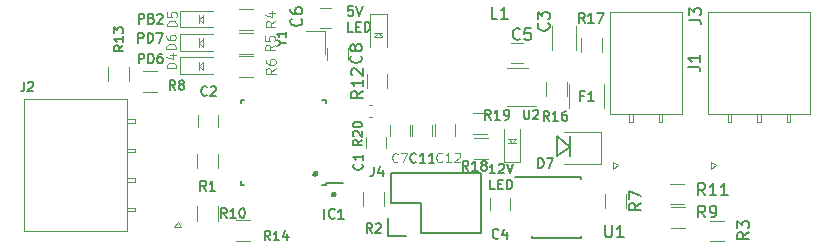
<source format=gto>
G04 #@! TF.GenerationSoftware,KiCad,Pcbnew,5.0.0-fee4fd1~66~ubuntu18.04.1*
G04 #@! TF.CreationDate,2018-12-05T21:06:15-05:00*
G04 #@! TF.ProjectId,Steering2,5374656572696E67322E6B696361645F,rev?*
G04 #@! TF.SameCoordinates,Original*
G04 #@! TF.FileFunction,Legend,Top*
G04 #@! TF.FilePolarity,Positive*
%FSLAX46Y46*%
G04 Gerber Fmt 4.6, Leading zero omitted, Abs format (unit mm)*
G04 Created by KiCad (PCBNEW 5.0.0-fee4fd1~66~ubuntu18.04.1) date Wed Dec  5 21:06:15 2018*
%MOMM*%
%LPD*%
G01*
G04 APERTURE LIST*
%ADD10C,0.127000*%
%ADD11C,0.120000*%
%ADD12C,0.500000*%
%ADD13C,0.150000*%
%ADD14C,0.100000*%
%ADD15C,0.200000*%
%ADD16C,0.101600*%
G04 APERTURE END LIST*
D10*
X56073221Y-25081895D02*
X55686173Y-25081895D01*
X55647469Y-25468942D01*
X55686173Y-25430238D01*
X55763583Y-25391533D01*
X55957107Y-25391533D01*
X56034516Y-25430238D01*
X56073221Y-25468942D01*
X56111926Y-25546352D01*
X56111926Y-25739876D01*
X56073221Y-25817285D01*
X56034516Y-25855990D01*
X55957107Y-25894695D01*
X55763583Y-25894695D01*
X55686173Y-25855990D01*
X55647469Y-25817285D01*
X56344154Y-25081895D02*
X56615088Y-25894695D01*
X56886021Y-25081895D01*
X56073221Y-27240895D02*
X55686173Y-27240895D01*
X55686173Y-26428095D01*
X56344154Y-26815142D02*
X56615088Y-26815142D01*
X56731202Y-27240895D02*
X56344154Y-27240895D01*
X56344154Y-26428095D01*
X56731202Y-26428095D01*
X57079545Y-27240895D02*
X57079545Y-26428095D01*
X57273069Y-26428095D01*
X57389183Y-26466800D01*
X57466592Y-26544209D01*
X57505297Y-26621619D01*
X57544002Y-26776438D01*
X57544002Y-26892552D01*
X57505297Y-27047371D01*
X57466592Y-27124780D01*
X57389183Y-27202190D01*
X57273069Y-27240895D01*
X57079545Y-27240895D01*
X68114938Y-39242395D02*
X67650480Y-39242395D01*
X67882709Y-39242395D02*
X67882709Y-38429595D01*
X67805300Y-38545709D01*
X67727890Y-38623119D01*
X67650480Y-38661823D01*
X68424576Y-38507004D02*
X68463280Y-38468300D01*
X68540690Y-38429595D01*
X68734214Y-38429595D01*
X68811623Y-38468300D01*
X68850328Y-38507004D01*
X68889033Y-38584414D01*
X68889033Y-38661823D01*
X68850328Y-38777938D01*
X68385871Y-39242395D01*
X68889033Y-39242395D01*
X69121261Y-38429595D02*
X69392195Y-39242395D01*
X69663128Y-38429595D01*
X68095585Y-40588595D02*
X67708538Y-40588595D01*
X67708538Y-39775795D01*
X68366519Y-40162842D02*
X68637452Y-40162842D01*
X68753566Y-40588595D02*
X68366519Y-40588595D01*
X68366519Y-39775795D01*
X68753566Y-39775795D01*
X69101909Y-40588595D02*
X69101909Y-39775795D01*
X69295433Y-39775795D01*
X69411547Y-39814500D01*
X69488957Y-39891909D01*
X69527661Y-39969319D01*
X69566366Y-40124138D01*
X69566366Y-40240252D01*
X69527661Y-40395071D01*
X69488957Y-40472480D01*
X69411547Y-40549890D01*
X69295433Y-40588595D01*
X69101909Y-40588595D01*
X37931876Y-26555095D02*
X37931876Y-25742295D01*
X38241514Y-25742295D01*
X38318923Y-25781000D01*
X38357628Y-25819704D01*
X38396333Y-25897114D01*
X38396333Y-26013228D01*
X38357628Y-26090638D01*
X38318923Y-26129342D01*
X38241514Y-26168047D01*
X37931876Y-26168047D01*
X39015609Y-26129342D02*
X39131723Y-26168047D01*
X39170428Y-26206752D01*
X39209133Y-26284161D01*
X39209133Y-26400276D01*
X39170428Y-26477685D01*
X39131723Y-26516390D01*
X39054314Y-26555095D01*
X38744676Y-26555095D01*
X38744676Y-25742295D01*
X39015609Y-25742295D01*
X39093019Y-25781000D01*
X39131723Y-25819704D01*
X39170428Y-25897114D01*
X39170428Y-25974523D01*
X39131723Y-26051933D01*
X39093019Y-26090638D01*
X39015609Y-26129342D01*
X38744676Y-26129342D01*
X39518771Y-25819704D02*
X39557476Y-25781000D01*
X39634885Y-25742295D01*
X39828409Y-25742295D01*
X39905819Y-25781000D01*
X39944523Y-25819704D01*
X39983228Y-25897114D01*
X39983228Y-25974523D01*
X39944523Y-26090638D01*
X39480066Y-26555095D01*
X39983228Y-26555095D01*
X37881076Y-28180695D02*
X37881076Y-27367895D01*
X38190714Y-27367895D01*
X38268123Y-27406600D01*
X38306828Y-27445304D01*
X38345533Y-27522714D01*
X38345533Y-27638828D01*
X38306828Y-27716238D01*
X38268123Y-27754942D01*
X38190714Y-27793647D01*
X37881076Y-27793647D01*
X38693876Y-28180695D02*
X38693876Y-27367895D01*
X38887400Y-27367895D01*
X39003514Y-27406600D01*
X39080923Y-27484009D01*
X39119628Y-27561419D01*
X39158333Y-27716238D01*
X39158333Y-27832352D01*
X39119628Y-27987171D01*
X39080923Y-28064580D01*
X39003514Y-28141990D01*
X38887400Y-28180695D01*
X38693876Y-28180695D01*
X39429266Y-27367895D02*
X39971133Y-27367895D01*
X39622790Y-28180695D01*
X37931876Y-29907895D02*
X37931876Y-29095095D01*
X38241514Y-29095095D01*
X38318923Y-29133800D01*
X38357628Y-29172504D01*
X38396333Y-29249914D01*
X38396333Y-29366028D01*
X38357628Y-29443438D01*
X38318923Y-29482142D01*
X38241514Y-29520847D01*
X37931876Y-29520847D01*
X38744676Y-29907895D02*
X38744676Y-29095095D01*
X38938200Y-29095095D01*
X39054314Y-29133800D01*
X39131723Y-29211209D01*
X39170428Y-29288619D01*
X39209133Y-29443438D01*
X39209133Y-29559552D01*
X39170428Y-29714371D01*
X39131723Y-29791780D01*
X39054314Y-29869190D01*
X38938200Y-29907895D01*
X38744676Y-29907895D01*
X39905819Y-29095095D02*
X39751000Y-29095095D01*
X39673590Y-29133800D01*
X39634885Y-29172504D01*
X39557476Y-29288619D01*
X39518771Y-29443438D01*
X39518771Y-29753076D01*
X39557476Y-29830485D01*
X39596180Y-29869190D01*
X39673590Y-29907895D01*
X39828409Y-29907895D01*
X39905819Y-29869190D01*
X39944523Y-29830485D01*
X39983228Y-29753076D01*
X39983228Y-29559552D01*
X39944523Y-29482142D01*
X39905819Y-29443438D01*
X39828409Y-29404733D01*
X39673590Y-29404733D01*
X39596180Y-29443438D01*
X39557476Y-29482142D01*
X39518771Y-29559552D01*
D11*
G04 #@! TO.C,U2*
X70902400Y-30343200D02*
X69102400Y-30343200D01*
X69102400Y-33563200D02*
X71552400Y-33563200D01*
G04 #@! TO.C,R10*
X44644200Y-42046600D02*
X44644200Y-43246600D01*
X42884200Y-43246600D02*
X42884200Y-42046600D01*
G04 #@! TO.C,J3*
X77799000Y-34234500D02*
X83959000Y-34234500D01*
X83959000Y-34234500D02*
X83959000Y-25554500D01*
X83959000Y-25554500D02*
X77799000Y-25554500D01*
X77799000Y-25554500D02*
X77799000Y-34234500D01*
X79779000Y-34234500D02*
X79479000Y-34234500D01*
X79479000Y-34234500D02*
X79479000Y-34934500D01*
X79479000Y-34934500D02*
X79779000Y-34934500D01*
X79779000Y-34934500D02*
X79779000Y-34234500D01*
X82279000Y-34234500D02*
X81979000Y-34234500D01*
X81979000Y-34234500D02*
X81979000Y-34934500D01*
X81979000Y-34934500D02*
X82279000Y-34934500D01*
X82279000Y-34934500D02*
X82279000Y-34234500D01*
X78519000Y-38544500D02*
X78094736Y-38244500D01*
X78094736Y-38244500D02*
X78094736Y-38844500D01*
X78094736Y-38844500D02*
X78519000Y-38544500D01*
D12*
G04 #@! TO.C,IC1*
X52908200Y-39268400D02*
G75*
G03X52908200Y-39268400I-50800J0D01*
G01*
X54457600Y-41021001D02*
G75*
G03X54457600Y-41021001I-50800J0D01*
G01*
D13*
X53815400Y-40251800D02*
X53815400Y-40026800D01*
X46565400Y-40251800D02*
X46565400Y-39926799D01*
X46565400Y-33001800D02*
X46565400Y-33326801D01*
X53815400Y-33001800D02*
X53815400Y-33326801D01*
X53815400Y-40251800D02*
X53490399Y-40251800D01*
X53815400Y-33001800D02*
X53490399Y-33001800D01*
X46565400Y-33001800D02*
X46890401Y-33001800D01*
X46565400Y-40251800D02*
X46890401Y-40251800D01*
X53815400Y-40026800D02*
X55240400Y-40026800D01*
D11*
G04 #@! TO.C,C1*
X58863600Y-37126800D02*
X58863600Y-36126800D01*
X57163600Y-36126800D02*
X57163600Y-37126800D01*
G04 #@! TO.C,C2*
X42965000Y-34298000D02*
X42965000Y-35298000D01*
X44665000Y-35298000D02*
X44665000Y-34298000D01*
G04 #@! TO.C,C3*
X72944800Y-26787600D02*
X72944800Y-28787600D01*
X74984800Y-28787600D02*
X74984800Y-26787600D01*
G04 #@! TO.C,C4*
X69379200Y-42368600D02*
X69379200Y-41368600D01*
X67679200Y-41368600D02*
X67679200Y-42368600D01*
G04 #@! TO.C,C5*
X69486400Y-29907600D02*
X70486400Y-29907600D01*
X70486400Y-28207600D02*
X69486400Y-28207600D01*
G04 #@! TO.C,C6*
X54246400Y-25235800D02*
X53246400Y-25235800D01*
X53246400Y-26935800D02*
X54246400Y-26935800D01*
G04 #@! TO.C,C7*
X60901900Y-36117206D02*
X60901900Y-35117206D01*
X59201900Y-35117206D02*
X59201900Y-36117206D01*
G04 #@! TO.C,C8*
X55612400Y-29608400D02*
X55612400Y-28608400D01*
X53912400Y-28608400D02*
X53912400Y-29608400D01*
G04 #@! TO.C,C11*
X62806900Y-36117206D02*
X62806900Y-35117206D01*
X61106900Y-35117206D02*
X61106900Y-36117206D01*
G04 #@! TO.C,C12*
X63011900Y-35101206D02*
X63011900Y-36101206D01*
X64711900Y-36101206D02*
X64711900Y-35101206D01*
D14*
G04 #@! TO.C,D1*
X69895200Y-36674400D02*
X69545200Y-36674400D01*
X69545200Y-36674400D02*
X69195200Y-36674400D01*
X69895200Y-36324400D02*
X69545200Y-36674400D01*
X69845200Y-36324400D02*
X69895200Y-36324400D01*
X69895200Y-36324400D02*
X69845200Y-36324400D01*
X69195200Y-36324400D02*
X69845200Y-36324400D01*
X69245200Y-36374400D02*
X69195200Y-36324400D01*
X69545200Y-36674400D02*
X69245200Y-36374400D01*
D11*
X68845200Y-38274400D02*
X70245200Y-38274400D01*
X70245200Y-38274400D02*
X70245200Y-35474400D01*
X68845200Y-38274400D02*
X68845200Y-35474400D01*
G04 #@! TO.C,D2*
X58916800Y-25733600D02*
X58916800Y-28533600D01*
X57516800Y-25733600D02*
X57516800Y-28533600D01*
X58916800Y-25733600D02*
X57516800Y-25733600D01*
D14*
X58216800Y-27333600D02*
X58516800Y-27633600D01*
X58516800Y-27633600D02*
X58566800Y-27683600D01*
X58566800Y-27683600D02*
X57916800Y-27683600D01*
X57866800Y-27683600D02*
X57916800Y-27683600D01*
X57916800Y-27683600D02*
X57866800Y-27683600D01*
X57866800Y-27683600D02*
X58216800Y-27333600D01*
X58216800Y-27333600D02*
X58566800Y-27333600D01*
X57866800Y-27333600D02*
X58216800Y-27333600D01*
G04 #@! TO.C,D4*
X43048400Y-30474400D02*
X43048400Y-30124400D01*
X43048400Y-30124400D02*
X43048400Y-29774400D01*
X43398400Y-30474400D02*
X43048400Y-30124400D01*
X43398400Y-30424400D02*
X43398400Y-30474400D01*
X43398400Y-30474400D02*
X43398400Y-30424400D01*
X43398400Y-29774400D02*
X43398400Y-30424400D01*
X43348400Y-29824400D02*
X43398400Y-29774400D01*
X43048400Y-30124400D02*
X43348400Y-29824400D01*
D11*
X41448400Y-29424400D02*
X41448400Y-30824400D01*
X41448400Y-30824400D02*
X44248400Y-30824400D01*
X41448400Y-29424400D02*
X44248400Y-29424400D01*
G04 #@! TO.C,D5*
X41448400Y-25487400D02*
X44248400Y-25487400D01*
X41448400Y-26887400D02*
X44248400Y-26887400D01*
X41448400Y-25487400D02*
X41448400Y-26887400D01*
D14*
X43048400Y-26187400D02*
X43348400Y-25887400D01*
X43348400Y-25887400D02*
X43398400Y-25837400D01*
X43398400Y-25837400D02*
X43398400Y-26487400D01*
X43398400Y-26537400D02*
X43398400Y-26487400D01*
X43398400Y-26487400D02*
X43398400Y-26537400D01*
X43398400Y-26537400D02*
X43048400Y-26187400D01*
X43048400Y-26187400D02*
X43048400Y-25837400D01*
X43048400Y-26537400D02*
X43048400Y-26187400D01*
G04 #@! TO.C,D6*
X43048400Y-28518600D02*
X43048400Y-28168600D01*
X43048400Y-28168600D02*
X43048400Y-27818600D01*
X43398400Y-28518600D02*
X43048400Y-28168600D01*
X43398400Y-28468600D02*
X43398400Y-28518600D01*
X43398400Y-28518600D02*
X43398400Y-28468600D01*
X43398400Y-27818600D02*
X43398400Y-28468600D01*
X43348400Y-27868600D02*
X43398400Y-27818600D01*
X43048400Y-28168600D02*
X43348400Y-27868600D01*
D11*
X41448400Y-27468600D02*
X41448400Y-28868600D01*
X41448400Y-28868600D02*
X44248400Y-28868600D01*
X41448400Y-27468600D02*
X44248400Y-27468600D01*
D15*
G04 #@! TO.C,D7*
X73314000Y-36084000D02*
X74414000Y-36984000D01*
X73314000Y-37784000D02*
X73314000Y-36084000D01*
X74414000Y-36984000D02*
X73314000Y-37784000D01*
X74414000Y-37784000D02*
X74414000Y-36084000D01*
D11*
X77089000Y-38417500D02*
X77089000Y-35750500D01*
X77089000Y-35750500D02*
X73914000Y-35750500D01*
X77089000Y-38417500D02*
X73914000Y-38417500D01*
G04 #@! TO.C,F1*
X77324400Y-31715200D02*
X77324400Y-33715200D01*
X74364400Y-33715200D02*
X74364400Y-31715200D01*
D13*
G04 #@! TO.C,J4*
X61874400Y-39217600D02*
X59334400Y-39217600D01*
X59334400Y-39217600D02*
X59334400Y-41757600D01*
X59054400Y-44577600D02*
X60604400Y-44577600D01*
X66954400Y-39217600D02*
X61874400Y-39217600D01*
X66954400Y-44297600D02*
X66954400Y-39217600D01*
X61874400Y-41757600D02*
X61874400Y-44297600D01*
X59334400Y-41757600D02*
X61874400Y-41757600D01*
X59054400Y-44577600D02*
X59054400Y-43027600D01*
X61874400Y-44297600D02*
X66954400Y-44297600D01*
D11*
G04 #@! TO.C,R1*
X44644200Y-37586400D02*
X44644200Y-38786400D01*
X42884200Y-38786400D02*
X42884200Y-37586400D01*
G04 #@! TO.C,R2*
X58690400Y-40802000D02*
X58690400Y-42002000D01*
X56930400Y-42002000D02*
X56930400Y-40802000D01*
G04 #@! TO.C,R3*
X87493400Y-44999800D02*
X86293400Y-44999800D01*
X86293400Y-43239800D02*
X87493400Y-43239800D01*
G04 #@! TO.C,R4*
X46390000Y-25307400D02*
X47590000Y-25307400D01*
X47590000Y-27067400D02*
X46390000Y-27067400D01*
G04 #@! TO.C,R5*
X46390000Y-27339400D02*
X47590000Y-27339400D01*
X47590000Y-29099400D02*
X46390000Y-29099400D01*
G04 #@! TO.C,R6*
X47605200Y-31080600D02*
X46405200Y-31080600D01*
X46405200Y-29320600D02*
X47605200Y-29320600D01*
G04 #@! TO.C,R7*
X77453600Y-42205200D02*
X77453600Y-41005200D01*
X79213600Y-41005200D02*
X79213600Y-42205200D01*
G04 #@! TO.C,R8*
X39477200Y-32350600D02*
X38277200Y-32350600D01*
X38277200Y-30590600D02*
X39477200Y-30590600D01*
G04 #@! TO.C,R9*
X82966000Y-42122200D02*
X84166000Y-42122200D01*
X84166000Y-43882200D02*
X82966000Y-43882200D01*
G04 #@! TO.C,R11*
X82940600Y-40115600D02*
X84140600Y-40115600D01*
X84140600Y-41875600D02*
X82940600Y-41875600D01*
G04 #@! TO.C,R12*
X57235200Y-32019800D02*
X57235200Y-30819800D01*
X58995200Y-30819800D02*
X58995200Y-32019800D01*
G04 #@! TO.C,R13*
X37100400Y-30235600D02*
X37100400Y-31435600D01*
X35340400Y-31435600D02*
X35340400Y-30235600D01*
G04 #@! TO.C,R14*
X47361400Y-44974400D02*
X46161400Y-44974400D01*
X46161400Y-43214400D02*
X47361400Y-43214400D01*
G04 #@! TO.C,R16*
X74184400Y-31520800D02*
X74184400Y-32720800D01*
X72424400Y-32720800D02*
X72424400Y-31520800D01*
G04 #@! TO.C,R17*
X77181600Y-27746400D02*
X77181600Y-28946400D01*
X75421600Y-28946400D02*
X75421600Y-27746400D01*
G04 #@! TO.C,R19*
X67452800Y-35881200D02*
X66252800Y-35881200D01*
X66252800Y-34121200D02*
X67452800Y-34121200D01*
G04 #@! TO.C,R20*
X57393621Y-33475200D02*
X57719179Y-33475200D01*
X57393621Y-34495200D02*
X57719179Y-34495200D01*
D13*
G04 #@! TO.C,U1*
X71229400Y-39538200D02*
X71229400Y-39588200D01*
X75379400Y-39538200D02*
X75379400Y-39683200D01*
X75379400Y-44688200D02*
X75379400Y-44543200D01*
X71229400Y-44688200D02*
X71229400Y-44543200D01*
X71229400Y-39538200D02*
X75379400Y-39538200D01*
X71229400Y-44688200D02*
X75379400Y-44688200D01*
X71229400Y-39588200D02*
X69829400Y-39588200D01*
D14*
G04 #@! TO.C,Y1*
X53670000Y-27159200D02*
X53670000Y-29159200D01*
X53670000Y-27159200D02*
X52070000Y-27159200D01*
D11*
G04 #@! TO.C,J1*
X86117500Y-34234500D02*
X94777500Y-34234500D01*
X94777500Y-34234500D02*
X94777500Y-25554500D01*
X94777500Y-25554500D02*
X86117500Y-25554500D01*
X86117500Y-25554500D02*
X86117500Y-34234500D01*
X88097500Y-34234500D02*
X87797500Y-34234500D01*
X87797500Y-34234500D02*
X87797500Y-34934500D01*
X87797500Y-34934500D02*
X88097500Y-34934500D01*
X88097500Y-34934500D02*
X88097500Y-34234500D01*
X90597500Y-34234500D02*
X90297500Y-34234500D01*
X90297500Y-34234500D02*
X90297500Y-34934500D01*
X90297500Y-34934500D02*
X90597500Y-34934500D01*
X90597500Y-34934500D02*
X90597500Y-34234500D01*
X93097500Y-34234500D02*
X92797500Y-34234500D01*
X92797500Y-34234500D02*
X92797500Y-34934500D01*
X92797500Y-34934500D02*
X93097500Y-34934500D01*
X93097500Y-34934500D02*
X93097500Y-34234500D01*
X86837500Y-38544500D02*
X86413236Y-38244500D01*
X86413236Y-38244500D02*
X86413236Y-38844500D01*
X86413236Y-38844500D02*
X86837500Y-38544500D01*
G04 #@! TO.C,J2*
X36914200Y-44121000D02*
X36914200Y-32961000D01*
X36914200Y-32961000D02*
X28234200Y-32961000D01*
X28234200Y-32961000D02*
X28234200Y-44121000D01*
X28234200Y-44121000D02*
X36914200Y-44121000D01*
X36914200Y-42141000D02*
X36914200Y-42441000D01*
X36914200Y-42441000D02*
X37614200Y-42441000D01*
X37614200Y-42441000D02*
X37614200Y-42141000D01*
X37614200Y-42141000D02*
X36914200Y-42141000D01*
X36914200Y-39641000D02*
X36914200Y-39941000D01*
X36914200Y-39941000D02*
X37614200Y-39941000D01*
X37614200Y-39941000D02*
X37614200Y-39641000D01*
X37614200Y-39641000D02*
X36914200Y-39641000D01*
X36914200Y-37141000D02*
X36914200Y-37441000D01*
X36914200Y-37441000D02*
X37614200Y-37441000D01*
X37614200Y-37441000D02*
X37614200Y-37141000D01*
X37614200Y-37141000D02*
X36914200Y-37141000D01*
X36914200Y-34641000D02*
X36914200Y-34941000D01*
X36914200Y-34941000D02*
X37614200Y-34941000D01*
X37614200Y-34941000D02*
X37614200Y-34641000D01*
X37614200Y-34641000D02*
X36914200Y-34641000D01*
X41224200Y-43401000D02*
X40924200Y-43825264D01*
X40924200Y-43825264D02*
X41524200Y-43825264D01*
X41524200Y-43825264D02*
X41224200Y-43401000D01*
G04 #@! TO.C,R18*
X66288400Y-36229400D02*
X67488400Y-36229400D01*
X67488400Y-37989400D02*
X66288400Y-37989400D01*
G04 #@! TO.C,U2*
D10*
X70564828Y-33872714D02*
X70564828Y-34489571D01*
X70601114Y-34562142D01*
X70637400Y-34598428D01*
X70709971Y-34634714D01*
X70855114Y-34634714D01*
X70927685Y-34598428D01*
X70963971Y-34562142D01*
X71000257Y-34489571D01*
X71000257Y-33872714D01*
X71326828Y-33945285D02*
X71363114Y-33909000D01*
X71435685Y-33872714D01*
X71617114Y-33872714D01*
X71689685Y-33909000D01*
X71725971Y-33945285D01*
X71762257Y-34017857D01*
X71762257Y-34090428D01*
X71725971Y-34199285D01*
X71290542Y-34634714D01*
X71762257Y-34634714D01*
G04 #@! TO.C,R10*
X45375285Y-43014295D02*
X45104352Y-42627247D01*
X44910828Y-43014295D02*
X44910828Y-42201495D01*
X45220466Y-42201495D01*
X45297876Y-42240200D01*
X45336580Y-42278904D01*
X45375285Y-42356314D01*
X45375285Y-42472428D01*
X45336580Y-42549838D01*
X45297876Y-42588542D01*
X45220466Y-42627247D01*
X44910828Y-42627247D01*
X46149380Y-43014295D02*
X45684923Y-43014295D01*
X45917152Y-43014295D02*
X45917152Y-42201495D01*
X45839742Y-42317609D01*
X45762333Y-42395019D01*
X45684923Y-42433723D01*
X46652542Y-42201495D02*
X46729952Y-42201495D01*
X46807361Y-42240200D01*
X46846066Y-42278904D01*
X46884771Y-42356314D01*
X46923476Y-42511133D01*
X46923476Y-42704657D01*
X46884771Y-42859476D01*
X46846066Y-42936885D01*
X46807361Y-42975590D01*
X46729952Y-43014295D01*
X46652542Y-43014295D01*
X46575133Y-42975590D01*
X46536428Y-42936885D01*
X46497723Y-42859476D01*
X46459019Y-42704657D01*
X46459019Y-42511133D01*
X46497723Y-42356314D01*
X46536428Y-42278904D01*
X46575133Y-42240200D01*
X46652542Y-42201495D01*
G04 #@! TO.C,J3*
D13*
X84542380Y-26241333D02*
X85256666Y-26241333D01*
X85399523Y-26288952D01*
X85494761Y-26384190D01*
X85542380Y-26527047D01*
X85542380Y-26622285D01*
X84542380Y-25860380D02*
X84542380Y-25241333D01*
X84923333Y-25574666D01*
X84923333Y-25431809D01*
X84970952Y-25336571D01*
X85018571Y-25288952D01*
X85113809Y-25241333D01*
X85351904Y-25241333D01*
X85447142Y-25288952D01*
X85494761Y-25336571D01*
X85542380Y-25431809D01*
X85542380Y-25717523D01*
X85494761Y-25812761D01*
X85447142Y-25860380D01*
G04 #@! TO.C,IC1*
D10*
X53664152Y-43065095D02*
X53664152Y-42252295D01*
X54515657Y-42987685D02*
X54476952Y-43026390D01*
X54360838Y-43065095D01*
X54283428Y-43065095D01*
X54167314Y-43026390D01*
X54089904Y-42948980D01*
X54051200Y-42871571D01*
X54012495Y-42716752D01*
X54012495Y-42600638D01*
X54051200Y-42445819D01*
X54089904Y-42368409D01*
X54167314Y-42291000D01*
X54283428Y-42252295D01*
X54360838Y-42252295D01*
X54476952Y-42291000D01*
X54515657Y-42329704D01*
X55289752Y-43065095D02*
X54825295Y-43065095D01*
X55057523Y-43065095D02*
X55057523Y-42252295D01*
X54980114Y-42368409D01*
X54902704Y-42445819D01*
X54825295Y-42484523D01*
G04 #@! TO.C,C1*
X56830685Y-38438666D02*
X56869390Y-38477371D01*
X56908095Y-38593485D01*
X56908095Y-38670895D01*
X56869390Y-38787009D01*
X56791980Y-38864419D01*
X56714571Y-38903123D01*
X56559752Y-38941828D01*
X56443638Y-38941828D01*
X56288819Y-38903123D01*
X56211409Y-38864419D01*
X56134000Y-38787009D01*
X56095295Y-38670895D01*
X56095295Y-38593485D01*
X56134000Y-38477371D01*
X56172704Y-38438666D01*
X56908095Y-37664571D02*
X56908095Y-38129028D01*
X56908095Y-37896800D02*
X56095295Y-37896800D01*
X56211409Y-37974209D01*
X56288819Y-38051619D01*
X56327523Y-38129028D01*
G04 #@! TO.C,C2*
X43730333Y-32599085D02*
X43691628Y-32637790D01*
X43575514Y-32676495D01*
X43498104Y-32676495D01*
X43381990Y-32637790D01*
X43304580Y-32560380D01*
X43265876Y-32482971D01*
X43227171Y-32328152D01*
X43227171Y-32212038D01*
X43265876Y-32057219D01*
X43304580Y-31979809D01*
X43381990Y-31902400D01*
X43498104Y-31863695D01*
X43575514Y-31863695D01*
X43691628Y-31902400D01*
X43730333Y-31941104D01*
X44039971Y-31941104D02*
X44078676Y-31902400D01*
X44156085Y-31863695D01*
X44349609Y-31863695D01*
X44427019Y-31902400D01*
X44465723Y-31941104D01*
X44504428Y-32018514D01*
X44504428Y-32095923D01*
X44465723Y-32212038D01*
X44001266Y-32676495D01*
X44504428Y-32676495D01*
G04 #@! TO.C,C3*
D13*
X72620142Y-26531866D02*
X72667761Y-26579485D01*
X72715380Y-26722342D01*
X72715380Y-26817580D01*
X72667761Y-26960438D01*
X72572523Y-27055676D01*
X72477285Y-27103295D01*
X72286809Y-27150914D01*
X72143952Y-27150914D01*
X71953476Y-27103295D01*
X71858238Y-27055676D01*
X71763000Y-26960438D01*
X71715380Y-26817580D01*
X71715380Y-26722342D01*
X71763000Y-26579485D01*
X71810619Y-26531866D01*
X71715380Y-26198533D02*
X71715380Y-25579485D01*
X72096333Y-25912819D01*
X72096333Y-25769961D01*
X72143952Y-25674723D01*
X72191571Y-25627104D01*
X72286809Y-25579485D01*
X72524904Y-25579485D01*
X72620142Y-25627104D01*
X72667761Y-25674723D01*
X72715380Y-25769961D01*
X72715380Y-26055676D01*
X72667761Y-26150914D01*
X72620142Y-26198533D01*
G04 #@! TO.C,C4*
D10*
X68393733Y-44689485D02*
X68355028Y-44728190D01*
X68238914Y-44766895D01*
X68161504Y-44766895D01*
X68045390Y-44728190D01*
X67967980Y-44650780D01*
X67929276Y-44573371D01*
X67890571Y-44418552D01*
X67890571Y-44302438D01*
X67929276Y-44147619D01*
X67967980Y-44070209D01*
X68045390Y-43992800D01*
X68161504Y-43954095D01*
X68238914Y-43954095D01*
X68355028Y-43992800D01*
X68393733Y-44031504D01*
X69090419Y-44225028D02*
X69090419Y-44766895D01*
X68896895Y-43915390D02*
X68703371Y-44495961D01*
X69206533Y-44495961D01*
G04 #@! TO.C,C5*
D13*
X70216733Y-27839942D02*
X70169114Y-27887561D01*
X70026257Y-27935180D01*
X69931019Y-27935180D01*
X69788161Y-27887561D01*
X69692923Y-27792323D01*
X69645304Y-27697085D01*
X69597685Y-27506609D01*
X69597685Y-27363752D01*
X69645304Y-27173276D01*
X69692923Y-27078038D01*
X69788161Y-26982800D01*
X69931019Y-26935180D01*
X70026257Y-26935180D01*
X70169114Y-26982800D01*
X70216733Y-27030419D01*
X71121495Y-26935180D02*
X70645304Y-26935180D01*
X70597685Y-27411371D01*
X70645304Y-27363752D01*
X70740542Y-27316133D01*
X70978638Y-27316133D01*
X71073876Y-27363752D01*
X71121495Y-27411371D01*
X71169114Y-27506609D01*
X71169114Y-27744704D01*
X71121495Y-27839942D01*
X71073876Y-27887561D01*
X70978638Y-27935180D01*
X70740542Y-27935180D01*
X70645304Y-27887561D01*
X70597685Y-27839942D01*
G04 #@! TO.C,C6*
X51690542Y-26150866D02*
X51738161Y-26198485D01*
X51785780Y-26341342D01*
X51785780Y-26436580D01*
X51738161Y-26579438D01*
X51642923Y-26674676D01*
X51547685Y-26722295D01*
X51357209Y-26769914D01*
X51214352Y-26769914D01*
X51023876Y-26722295D01*
X50928638Y-26674676D01*
X50833400Y-26579438D01*
X50785780Y-26436580D01*
X50785780Y-26341342D01*
X50833400Y-26198485D01*
X50881019Y-26150866D01*
X50785780Y-25293723D02*
X50785780Y-25484200D01*
X50833400Y-25579438D01*
X50881019Y-25627057D01*
X51023876Y-25722295D01*
X51214352Y-25769914D01*
X51595304Y-25769914D01*
X51690542Y-25722295D01*
X51738161Y-25674676D01*
X51785780Y-25579438D01*
X51785780Y-25388961D01*
X51738161Y-25293723D01*
X51690542Y-25246104D01*
X51595304Y-25198485D01*
X51357209Y-25198485D01*
X51261971Y-25246104D01*
X51214352Y-25293723D01*
X51166733Y-25388961D01*
X51166733Y-25579438D01*
X51214352Y-25674676D01*
X51261971Y-25722295D01*
X51357209Y-25769914D01*
G04 #@! TO.C,C7*
D16*
X59867800Y-38219742D02*
X59831514Y-38256028D01*
X59722657Y-38292314D01*
X59650085Y-38292314D01*
X59541228Y-38256028D01*
X59468657Y-38183457D01*
X59432371Y-38110885D01*
X59396085Y-37965742D01*
X59396085Y-37856885D01*
X59432371Y-37711742D01*
X59468657Y-37639171D01*
X59541228Y-37566600D01*
X59650085Y-37530314D01*
X59722657Y-37530314D01*
X59831514Y-37566600D01*
X59867800Y-37602885D01*
X60121800Y-37530314D02*
X60629800Y-37530314D01*
X60303228Y-38292314D01*
G04 #@! TO.C,C8*
D13*
X56745142Y-29275066D02*
X56792761Y-29322685D01*
X56840380Y-29465542D01*
X56840380Y-29560780D01*
X56792761Y-29703638D01*
X56697523Y-29798876D01*
X56602285Y-29846495D01*
X56411809Y-29894114D01*
X56268952Y-29894114D01*
X56078476Y-29846495D01*
X55983238Y-29798876D01*
X55888000Y-29703638D01*
X55840380Y-29560780D01*
X55840380Y-29465542D01*
X55888000Y-29322685D01*
X55935619Y-29275066D01*
X56268952Y-28703638D02*
X56221333Y-28798876D01*
X56173714Y-28846495D01*
X56078476Y-28894114D01*
X56030857Y-28894114D01*
X55935619Y-28846495D01*
X55888000Y-28798876D01*
X55840380Y-28703638D01*
X55840380Y-28513161D01*
X55888000Y-28417923D01*
X55935619Y-28370304D01*
X56030857Y-28322685D01*
X56078476Y-28322685D01*
X56173714Y-28370304D01*
X56221333Y-28417923D01*
X56268952Y-28513161D01*
X56268952Y-28703638D01*
X56316571Y-28798876D01*
X56364190Y-28846495D01*
X56459428Y-28894114D01*
X56649904Y-28894114D01*
X56745142Y-28846495D01*
X56792761Y-28798876D01*
X56840380Y-28703638D01*
X56840380Y-28513161D01*
X56792761Y-28417923D01*
X56745142Y-28370304D01*
X56649904Y-28322685D01*
X56459428Y-28322685D01*
X56364190Y-28370304D01*
X56316571Y-28417923D01*
X56268952Y-28513161D01*
G04 #@! TO.C,C11*
D10*
X61428085Y-38263285D02*
X61389380Y-38301990D01*
X61273266Y-38340695D01*
X61195857Y-38340695D01*
X61079742Y-38301990D01*
X61002333Y-38224580D01*
X60963628Y-38147171D01*
X60924923Y-37992352D01*
X60924923Y-37876238D01*
X60963628Y-37721419D01*
X61002333Y-37644009D01*
X61079742Y-37566600D01*
X61195857Y-37527895D01*
X61273266Y-37527895D01*
X61389380Y-37566600D01*
X61428085Y-37605304D01*
X62202180Y-38340695D02*
X61737723Y-38340695D01*
X61969952Y-38340695D02*
X61969952Y-37527895D01*
X61892542Y-37644009D01*
X61815133Y-37721419D01*
X61737723Y-37760123D01*
X62976276Y-38340695D02*
X62511819Y-38340695D01*
X62744047Y-38340695D02*
X62744047Y-37527895D01*
X62666638Y-37644009D01*
X62589228Y-37721419D01*
X62511819Y-37760123D01*
G04 #@! TO.C,C12*
D16*
X63612485Y-38212485D02*
X63573780Y-38251190D01*
X63457666Y-38289895D01*
X63380257Y-38289895D01*
X63264142Y-38251190D01*
X63186733Y-38173780D01*
X63148028Y-38096371D01*
X63109323Y-37941552D01*
X63109323Y-37825438D01*
X63148028Y-37670619D01*
X63186733Y-37593209D01*
X63264142Y-37515800D01*
X63380257Y-37477095D01*
X63457666Y-37477095D01*
X63573780Y-37515800D01*
X63612485Y-37554504D01*
X64386580Y-38289895D02*
X63922123Y-38289895D01*
X64154352Y-38289895D02*
X64154352Y-37477095D01*
X64076942Y-37593209D01*
X63999533Y-37670619D01*
X63922123Y-37709323D01*
X64696219Y-37554504D02*
X64734923Y-37515800D01*
X64812333Y-37477095D01*
X65005857Y-37477095D01*
X65083266Y-37515800D01*
X65121971Y-37554504D01*
X65160676Y-37631914D01*
X65160676Y-37709323D01*
X65121971Y-37825438D01*
X64657514Y-38289895D01*
X65160676Y-38289895D01*
G04 #@! TO.C,D4*
X41109295Y-30343323D02*
X40296495Y-30343323D01*
X40296495Y-30149800D01*
X40335200Y-30033685D01*
X40412609Y-29956276D01*
X40490019Y-29917571D01*
X40644838Y-29878866D01*
X40760952Y-29878866D01*
X40915771Y-29917571D01*
X40993180Y-29956276D01*
X41070590Y-30033685D01*
X41109295Y-30149800D01*
X41109295Y-30343323D01*
X40567428Y-29182180D02*
X41109295Y-29182180D01*
X40257790Y-29375704D02*
X40838361Y-29569228D01*
X40838361Y-29066066D01*
G04 #@! TO.C,D5*
X41160095Y-26787323D02*
X40347295Y-26787323D01*
X40347295Y-26593800D01*
X40386000Y-26477685D01*
X40463409Y-26400276D01*
X40540819Y-26361571D01*
X40695638Y-26322866D01*
X40811752Y-26322866D01*
X40966571Y-26361571D01*
X41043980Y-26400276D01*
X41121390Y-26477685D01*
X41160095Y-26593800D01*
X41160095Y-26787323D01*
X40347295Y-25587476D02*
X40347295Y-25974523D01*
X40734342Y-26013228D01*
X40695638Y-25974523D01*
X40656933Y-25897114D01*
X40656933Y-25703590D01*
X40695638Y-25626180D01*
X40734342Y-25587476D01*
X40811752Y-25548771D01*
X41005276Y-25548771D01*
X41082685Y-25587476D01*
X41121390Y-25626180D01*
X41160095Y-25703590D01*
X41160095Y-25897114D01*
X41121390Y-25974523D01*
X41082685Y-26013228D01*
G04 #@! TO.C,D6*
X41083895Y-28743123D02*
X40271095Y-28743123D01*
X40271095Y-28549600D01*
X40309800Y-28433485D01*
X40387209Y-28356076D01*
X40464619Y-28317371D01*
X40619438Y-28278666D01*
X40735552Y-28278666D01*
X40890371Y-28317371D01*
X40967780Y-28356076D01*
X41045190Y-28433485D01*
X41083895Y-28549600D01*
X41083895Y-28743123D01*
X40271095Y-27581980D02*
X40271095Y-27736800D01*
X40309800Y-27814209D01*
X40348504Y-27852914D01*
X40464619Y-27930323D01*
X40619438Y-27969028D01*
X40929076Y-27969028D01*
X41006485Y-27930323D01*
X41045190Y-27891619D01*
X41083895Y-27814209D01*
X41083895Y-27659390D01*
X41045190Y-27581980D01*
X41006485Y-27543276D01*
X40929076Y-27504571D01*
X40735552Y-27504571D01*
X40658142Y-27543276D01*
X40619438Y-27581980D01*
X40580733Y-27659390D01*
X40580733Y-27814209D01*
X40619438Y-27891619D01*
X40658142Y-27930323D01*
X40735552Y-27969028D01*
G04 #@! TO.C,D7*
D10*
X71764676Y-38772495D02*
X71764676Y-37959695D01*
X71958200Y-37959695D01*
X72074314Y-37998400D01*
X72151723Y-38075809D01*
X72190428Y-38153219D01*
X72229133Y-38308038D01*
X72229133Y-38424152D01*
X72190428Y-38578971D01*
X72151723Y-38656380D01*
X72074314Y-38733790D01*
X71958200Y-38772495D01*
X71764676Y-38772495D01*
X72500066Y-37959695D02*
X73041933Y-37959695D01*
X72693590Y-38772495D01*
G04 #@! TO.C,F1*
X75598866Y-32682542D02*
X75327933Y-32682542D01*
X75327933Y-33108295D02*
X75327933Y-32295495D01*
X75714980Y-32295495D01*
X76450371Y-33108295D02*
X75985914Y-33108295D01*
X76218142Y-33108295D02*
X76218142Y-32295495D01*
X76140733Y-32411609D01*
X76063323Y-32489019D01*
X75985914Y-32527723D01*
G04 #@! TO.C,J4*
X57844266Y-38670895D02*
X57844266Y-39251466D01*
X57805561Y-39367580D01*
X57728152Y-39444990D01*
X57612038Y-39483695D01*
X57534628Y-39483695D01*
X58579657Y-38941828D02*
X58579657Y-39483695D01*
X58386133Y-38632190D02*
X58192609Y-39212761D01*
X58695771Y-39212761D01*
G04 #@! TO.C,L1*
D13*
X68311733Y-26157180D02*
X67835542Y-26157180D01*
X67835542Y-25157180D01*
X69168876Y-26157180D02*
X68597447Y-26157180D01*
X68883161Y-26157180D02*
X68883161Y-25157180D01*
X68787923Y-25300038D01*
X68692685Y-25395276D01*
X68597447Y-25442895D01*
G04 #@! TO.C,R1*
D10*
X43628733Y-40702895D02*
X43357800Y-40315847D01*
X43164276Y-40702895D02*
X43164276Y-39890095D01*
X43473914Y-39890095D01*
X43551323Y-39928800D01*
X43590028Y-39967504D01*
X43628733Y-40044914D01*
X43628733Y-40161028D01*
X43590028Y-40238438D01*
X43551323Y-40277142D01*
X43473914Y-40315847D01*
X43164276Y-40315847D01*
X44402828Y-40702895D02*
X43938371Y-40702895D01*
X44170600Y-40702895D02*
X44170600Y-39890095D01*
X44093190Y-40006209D01*
X44015780Y-40083619D01*
X43938371Y-40122323D01*
G04 #@! TO.C,R2*
X57700333Y-44284295D02*
X57429400Y-43897247D01*
X57235876Y-44284295D02*
X57235876Y-43471495D01*
X57545514Y-43471495D01*
X57622923Y-43510200D01*
X57661628Y-43548904D01*
X57700333Y-43626314D01*
X57700333Y-43742428D01*
X57661628Y-43819838D01*
X57622923Y-43858542D01*
X57545514Y-43897247D01*
X57235876Y-43897247D01*
X58009971Y-43548904D02*
X58048676Y-43510200D01*
X58126085Y-43471495D01*
X58319609Y-43471495D01*
X58397019Y-43510200D01*
X58435723Y-43548904D01*
X58474428Y-43626314D01*
X58474428Y-43703723D01*
X58435723Y-43819838D01*
X57971266Y-44284295D01*
X58474428Y-44284295D01*
G04 #@! TO.C,R3*
D13*
X89606380Y-44235666D02*
X89130190Y-44569000D01*
X89606380Y-44807095D02*
X88606380Y-44807095D01*
X88606380Y-44426142D01*
X88654000Y-44330904D01*
X88701619Y-44283285D01*
X88796857Y-44235666D01*
X88939714Y-44235666D01*
X89034952Y-44283285D01*
X89082571Y-44330904D01*
X89130190Y-44426142D01*
X89130190Y-44807095D01*
X88606380Y-43902333D02*
X88606380Y-43283285D01*
X88987333Y-43616619D01*
X88987333Y-43473761D01*
X89034952Y-43378523D01*
X89082571Y-43330904D01*
X89177809Y-43283285D01*
X89415904Y-43283285D01*
X89511142Y-43330904D01*
X89558761Y-43378523D01*
X89606380Y-43473761D01*
X89606380Y-43759476D01*
X89558761Y-43854714D01*
X89511142Y-43902333D01*
G04 #@! TO.C,R4*
D16*
X49491295Y-26348266D02*
X49104247Y-26619200D01*
X49491295Y-26812723D02*
X48678495Y-26812723D01*
X48678495Y-26503085D01*
X48717200Y-26425676D01*
X48755904Y-26386971D01*
X48833314Y-26348266D01*
X48949428Y-26348266D01*
X49026838Y-26386971D01*
X49065542Y-26425676D01*
X49104247Y-26503085D01*
X49104247Y-26812723D01*
X48949428Y-25651580D02*
X49491295Y-25651580D01*
X48639790Y-25845104D02*
X49220361Y-26038628D01*
X49220361Y-25535466D01*
G04 #@! TO.C,R5*
X49465895Y-28354866D02*
X49078847Y-28625800D01*
X49465895Y-28819323D02*
X48653095Y-28819323D01*
X48653095Y-28509685D01*
X48691800Y-28432276D01*
X48730504Y-28393571D01*
X48807914Y-28354866D01*
X48924028Y-28354866D01*
X49001438Y-28393571D01*
X49040142Y-28432276D01*
X49078847Y-28509685D01*
X49078847Y-28819323D01*
X48653095Y-27619476D02*
X48653095Y-28006523D01*
X49040142Y-28045228D01*
X49001438Y-28006523D01*
X48962733Y-27929114D01*
X48962733Y-27735590D01*
X49001438Y-27658180D01*
X49040142Y-27619476D01*
X49117552Y-27580771D01*
X49311076Y-27580771D01*
X49388485Y-27619476D01*
X49427190Y-27658180D01*
X49465895Y-27735590D01*
X49465895Y-27929114D01*
X49427190Y-28006523D01*
X49388485Y-28045228D01*
G04 #@! TO.C,R6*
X49516695Y-30361466D02*
X49129647Y-30632400D01*
X49516695Y-30825923D02*
X48703895Y-30825923D01*
X48703895Y-30516285D01*
X48742600Y-30438876D01*
X48781304Y-30400171D01*
X48858714Y-30361466D01*
X48974828Y-30361466D01*
X49052238Y-30400171D01*
X49090942Y-30438876D01*
X49129647Y-30516285D01*
X49129647Y-30825923D01*
X48703895Y-29664780D02*
X48703895Y-29819600D01*
X48742600Y-29897009D01*
X48781304Y-29935714D01*
X48897419Y-30013123D01*
X49052238Y-30051828D01*
X49361876Y-30051828D01*
X49439285Y-30013123D01*
X49477990Y-29974419D01*
X49516695Y-29897009D01*
X49516695Y-29742190D01*
X49477990Y-29664780D01*
X49439285Y-29626076D01*
X49361876Y-29587371D01*
X49168352Y-29587371D01*
X49090942Y-29626076D01*
X49052238Y-29664780D01*
X49013533Y-29742190D01*
X49013533Y-29897009D01*
X49052238Y-29974419D01*
X49090942Y-30013123D01*
X49168352Y-30051828D01*
G04 #@! TO.C,R7*
D13*
X80435980Y-41771866D02*
X79959790Y-42105200D01*
X80435980Y-42343295D02*
X79435980Y-42343295D01*
X79435980Y-41962342D01*
X79483600Y-41867104D01*
X79531219Y-41819485D01*
X79626457Y-41771866D01*
X79769314Y-41771866D01*
X79864552Y-41819485D01*
X79912171Y-41867104D01*
X79959790Y-41962342D01*
X79959790Y-42343295D01*
X79435980Y-41438533D02*
X79435980Y-40771866D01*
X80435980Y-41200438D01*
G04 #@! TO.C,R8*
D10*
X41012533Y-32168495D02*
X40741600Y-31781447D01*
X40548076Y-32168495D02*
X40548076Y-31355695D01*
X40857714Y-31355695D01*
X40935123Y-31394400D01*
X40973828Y-31433104D01*
X41012533Y-31510514D01*
X41012533Y-31626628D01*
X40973828Y-31704038D01*
X40935123Y-31742742D01*
X40857714Y-31781447D01*
X40548076Y-31781447D01*
X41476990Y-31704038D02*
X41399580Y-31665333D01*
X41360876Y-31626628D01*
X41322171Y-31549219D01*
X41322171Y-31510514D01*
X41360876Y-31433104D01*
X41399580Y-31394400D01*
X41476990Y-31355695D01*
X41631809Y-31355695D01*
X41709219Y-31394400D01*
X41747923Y-31433104D01*
X41786628Y-31510514D01*
X41786628Y-31549219D01*
X41747923Y-31626628D01*
X41709219Y-31665333D01*
X41631809Y-31704038D01*
X41476990Y-31704038D01*
X41399580Y-31742742D01*
X41360876Y-31781447D01*
X41322171Y-31858857D01*
X41322171Y-32013676D01*
X41360876Y-32091085D01*
X41399580Y-32129790D01*
X41476990Y-32168495D01*
X41631809Y-32168495D01*
X41709219Y-32129790D01*
X41747923Y-32091085D01*
X41786628Y-32013676D01*
X41786628Y-31858857D01*
X41747923Y-31781447D01*
X41709219Y-31742742D01*
X41631809Y-31704038D01*
G04 #@! TO.C,R9*
D13*
X85888533Y-42971980D02*
X85555200Y-42495790D01*
X85317104Y-42971980D02*
X85317104Y-41971980D01*
X85698057Y-41971980D01*
X85793295Y-42019600D01*
X85840914Y-42067219D01*
X85888533Y-42162457D01*
X85888533Y-42305314D01*
X85840914Y-42400552D01*
X85793295Y-42448171D01*
X85698057Y-42495790D01*
X85317104Y-42495790D01*
X86364723Y-42971980D02*
X86555200Y-42971980D01*
X86650438Y-42924361D01*
X86698057Y-42876742D01*
X86793295Y-42733885D01*
X86840914Y-42543409D01*
X86840914Y-42162457D01*
X86793295Y-42067219D01*
X86745676Y-42019600D01*
X86650438Y-41971980D01*
X86459961Y-41971980D01*
X86364723Y-42019600D01*
X86317104Y-42067219D01*
X86269485Y-42162457D01*
X86269485Y-42400552D01*
X86317104Y-42495790D01*
X86364723Y-42543409D01*
X86459961Y-42591028D01*
X86650438Y-42591028D01*
X86745676Y-42543409D01*
X86793295Y-42495790D01*
X86840914Y-42400552D01*
G04 #@! TO.C,R11*
X85894942Y-41092380D02*
X85561609Y-40616190D01*
X85323514Y-41092380D02*
X85323514Y-40092380D01*
X85704466Y-40092380D01*
X85799704Y-40140000D01*
X85847323Y-40187619D01*
X85894942Y-40282857D01*
X85894942Y-40425714D01*
X85847323Y-40520952D01*
X85799704Y-40568571D01*
X85704466Y-40616190D01*
X85323514Y-40616190D01*
X86847323Y-41092380D02*
X86275895Y-41092380D01*
X86561609Y-41092380D02*
X86561609Y-40092380D01*
X86466371Y-40235238D01*
X86371133Y-40330476D01*
X86275895Y-40378095D01*
X87799704Y-41092380D02*
X87228276Y-41092380D01*
X87513990Y-41092380D02*
X87513990Y-40092380D01*
X87418752Y-40235238D01*
X87323514Y-40330476D01*
X87228276Y-40378095D01*
G04 #@! TO.C,R12*
X56916580Y-32265857D02*
X56440390Y-32599190D01*
X56916580Y-32837285D02*
X55916580Y-32837285D01*
X55916580Y-32456333D01*
X55964200Y-32361095D01*
X56011819Y-32313476D01*
X56107057Y-32265857D01*
X56249914Y-32265857D01*
X56345152Y-32313476D01*
X56392771Y-32361095D01*
X56440390Y-32456333D01*
X56440390Y-32837285D01*
X56916580Y-31313476D02*
X56916580Y-31884904D01*
X56916580Y-31599190D02*
X55916580Y-31599190D01*
X56059438Y-31694428D01*
X56154676Y-31789666D01*
X56202295Y-31884904D01*
X56011819Y-30932523D02*
X55964200Y-30884904D01*
X55916580Y-30789666D01*
X55916580Y-30551571D01*
X55964200Y-30456333D01*
X56011819Y-30408714D01*
X56107057Y-30361095D01*
X56202295Y-30361095D01*
X56345152Y-30408714D01*
X56916580Y-30980142D01*
X56916580Y-30361095D01*
G04 #@! TO.C,R13*
D10*
X36638895Y-28411714D02*
X36251847Y-28682647D01*
X36638895Y-28876171D02*
X35826095Y-28876171D01*
X35826095Y-28566533D01*
X35864800Y-28489123D01*
X35903504Y-28450419D01*
X35980914Y-28411714D01*
X36097028Y-28411714D01*
X36174438Y-28450419D01*
X36213142Y-28489123D01*
X36251847Y-28566533D01*
X36251847Y-28876171D01*
X36638895Y-27637619D02*
X36638895Y-28102076D01*
X36638895Y-27869847D02*
X35826095Y-27869847D01*
X35942209Y-27947257D01*
X36019619Y-28024666D01*
X36058323Y-28102076D01*
X35826095Y-27366685D02*
X35826095Y-26863523D01*
X36135733Y-27134457D01*
X36135733Y-27018342D01*
X36174438Y-26940933D01*
X36213142Y-26902228D01*
X36290552Y-26863523D01*
X36484076Y-26863523D01*
X36561485Y-26902228D01*
X36600190Y-26940933D01*
X36638895Y-27018342D01*
X36638895Y-27250571D01*
X36600190Y-27327980D01*
X36561485Y-27366685D01*
G04 #@! TO.C,R14*
X49058285Y-44919295D02*
X48787352Y-44532247D01*
X48593828Y-44919295D02*
X48593828Y-44106495D01*
X48903466Y-44106495D01*
X48980876Y-44145200D01*
X49019580Y-44183904D01*
X49058285Y-44261314D01*
X49058285Y-44377428D01*
X49019580Y-44454838D01*
X48980876Y-44493542D01*
X48903466Y-44532247D01*
X48593828Y-44532247D01*
X49832380Y-44919295D02*
X49367923Y-44919295D01*
X49600152Y-44919295D02*
X49600152Y-44106495D01*
X49522742Y-44222609D01*
X49445333Y-44300019D01*
X49367923Y-44338723D01*
X50529066Y-44377428D02*
X50529066Y-44919295D01*
X50335542Y-44067790D02*
X50142019Y-44648361D01*
X50645180Y-44648361D01*
G04 #@! TO.C,R16*
X72680285Y-34784695D02*
X72409352Y-34397647D01*
X72215828Y-34784695D02*
X72215828Y-33971895D01*
X72525466Y-33971895D01*
X72602876Y-34010600D01*
X72641580Y-34049304D01*
X72680285Y-34126714D01*
X72680285Y-34242828D01*
X72641580Y-34320238D01*
X72602876Y-34358942D01*
X72525466Y-34397647D01*
X72215828Y-34397647D01*
X73454380Y-34784695D02*
X72989923Y-34784695D01*
X73222152Y-34784695D02*
X73222152Y-33971895D01*
X73144742Y-34088009D01*
X73067333Y-34165419D01*
X72989923Y-34204123D01*
X74151066Y-33971895D02*
X73996247Y-33971895D01*
X73918838Y-34010600D01*
X73880133Y-34049304D01*
X73802723Y-34165419D01*
X73764019Y-34320238D01*
X73764019Y-34629876D01*
X73802723Y-34707285D01*
X73841428Y-34745990D01*
X73918838Y-34784695D01*
X74073657Y-34784695D01*
X74151066Y-34745990D01*
X74189771Y-34707285D01*
X74228476Y-34629876D01*
X74228476Y-34436352D01*
X74189771Y-34358942D01*
X74151066Y-34320238D01*
X74073657Y-34281533D01*
X73918838Y-34281533D01*
X73841428Y-34320238D01*
X73802723Y-34358942D01*
X73764019Y-34436352D01*
G04 #@! TO.C,R17*
X75702885Y-26478895D02*
X75431952Y-26091847D01*
X75238428Y-26478895D02*
X75238428Y-25666095D01*
X75548066Y-25666095D01*
X75625476Y-25704800D01*
X75664180Y-25743504D01*
X75702885Y-25820914D01*
X75702885Y-25937028D01*
X75664180Y-26014438D01*
X75625476Y-26053142D01*
X75548066Y-26091847D01*
X75238428Y-26091847D01*
X76476980Y-26478895D02*
X76012523Y-26478895D01*
X76244752Y-26478895D02*
X76244752Y-25666095D01*
X76167342Y-25782209D01*
X76089933Y-25859619D01*
X76012523Y-25898323D01*
X76747914Y-25666095D02*
X77289780Y-25666095D01*
X76941438Y-26478895D01*
G04 #@! TO.C,R19*
X67752685Y-34683095D02*
X67481752Y-34296047D01*
X67288228Y-34683095D02*
X67288228Y-33870295D01*
X67597866Y-33870295D01*
X67675276Y-33909000D01*
X67713980Y-33947704D01*
X67752685Y-34025114D01*
X67752685Y-34141228D01*
X67713980Y-34218638D01*
X67675276Y-34257342D01*
X67597866Y-34296047D01*
X67288228Y-34296047D01*
X68526780Y-34683095D02*
X68062323Y-34683095D01*
X68294552Y-34683095D02*
X68294552Y-33870295D01*
X68217142Y-33986409D01*
X68139733Y-34063819D01*
X68062323Y-34102523D01*
X68913828Y-34683095D02*
X69068647Y-34683095D01*
X69146057Y-34644390D01*
X69184761Y-34605685D01*
X69262171Y-34489571D01*
X69300876Y-34334752D01*
X69300876Y-34025114D01*
X69262171Y-33947704D01*
X69223466Y-33909000D01*
X69146057Y-33870295D01*
X68991238Y-33870295D01*
X68913828Y-33909000D01*
X68875123Y-33947704D01*
X68836419Y-34025114D01*
X68836419Y-34218638D01*
X68875123Y-34296047D01*
X68913828Y-34334752D01*
X68991238Y-34373457D01*
X69146057Y-34373457D01*
X69223466Y-34334752D01*
X69262171Y-34296047D01*
X69300876Y-34218638D01*
G04 #@! TO.C,R20*
X56857295Y-36412714D02*
X56470247Y-36683647D01*
X56857295Y-36877171D02*
X56044495Y-36877171D01*
X56044495Y-36567533D01*
X56083200Y-36490123D01*
X56121904Y-36451419D01*
X56199314Y-36412714D01*
X56315428Y-36412714D01*
X56392838Y-36451419D01*
X56431542Y-36490123D01*
X56470247Y-36567533D01*
X56470247Y-36877171D01*
X56121904Y-36103076D02*
X56083200Y-36064371D01*
X56044495Y-35986961D01*
X56044495Y-35793438D01*
X56083200Y-35716028D01*
X56121904Y-35677323D01*
X56199314Y-35638619D01*
X56276723Y-35638619D01*
X56392838Y-35677323D01*
X56857295Y-36141780D01*
X56857295Y-35638619D01*
X56044495Y-35135457D02*
X56044495Y-35058047D01*
X56083200Y-34980638D01*
X56121904Y-34941933D01*
X56199314Y-34903228D01*
X56354133Y-34864523D01*
X56547657Y-34864523D01*
X56702476Y-34903228D01*
X56779885Y-34941933D01*
X56818590Y-34980638D01*
X56857295Y-35058047D01*
X56857295Y-35135457D01*
X56818590Y-35212866D01*
X56779885Y-35251571D01*
X56702476Y-35290276D01*
X56547657Y-35328980D01*
X56354133Y-35328980D01*
X56199314Y-35290276D01*
X56121904Y-35251571D01*
X56083200Y-35212866D01*
X56044495Y-35135457D01*
G04 #@! TO.C,U1*
D13*
X77419295Y-43648380D02*
X77419295Y-44457904D01*
X77466914Y-44553142D01*
X77514533Y-44600761D01*
X77609771Y-44648380D01*
X77800247Y-44648380D01*
X77895485Y-44600761D01*
X77943104Y-44553142D01*
X77990723Y-44457904D01*
X77990723Y-43648380D01*
X78990723Y-44648380D02*
X78419295Y-44648380D01*
X78705009Y-44648380D02*
X78705009Y-43648380D01*
X78609771Y-43791238D01*
X78514533Y-43886476D01*
X78419295Y-43934095D01*
G04 #@! TO.C,Y1*
D10*
X50044047Y-28200047D02*
X50431095Y-28200047D01*
X49618295Y-28470980D02*
X50044047Y-28200047D01*
X49618295Y-27929114D01*
X50431095Y-27232428D02*
X50431095Y-27696885D01*
X50431095Y-27464657D02*
X49618295Y-27464657D01*
X49734409Y-27542066D01*
X49811819Y-27619476D01*
X49850523Y-27696885D01*
G04 #@! TO.C,J1*
D13*
X84479880Y-30227833D02*
X85194166Y-30227833D01*
X85337023Y-30275452D01*
X85432261Y-30370690D01*
X85479880Y-30513547D01*
X85479880Y-30608785D01*
X85479880Y-29227833D02*
X85479880Y-29799261D01*
X85479880Y-29513547D02*
X84479880Y-29513547D01*
X84622738Y-29608785D01*
X84717976Y-29704023D01*
X84765595Y-29799261D01*
G04 #@! TO.C,J2*
D10*
X28219400Y-31510514D02*
X28219400Y-32054800D01*
X28183114Y-32163657D01*
X28110542Y-32236228D01*
X28001685Y-32272514D01*
X27929114Y-32272514D01*
X28545971Y-31583085D02*
X28582257Y-31546800D01*
X28654828Y-31510514D01*
X28836257Y-31510514D01*
X28908828Y-31546800D01*
X28945114Y-31583085D01*
X28981400Y-31655657D01*
X28981400Y-31728228D01*
X28945114Y-31837085D01*
X28509685Y-32272514D01*
X28981400Y-32272514D01*
G04 #@! TO.C,R18*
X65847685Y-39001095D02*
X65576752Y-38614047D01*
X65383228Y-39001095D02*
X65383228Y-38188295D01*
X65692866Y-38188295D01*
X65770276Y-38227000D01*
X65808980Y-38265704D01*
X65847685Y-38343114D01*
X65847685Y-38459228D01*
X65808980Y-38536638D01*
X65770276Y-38575342D01*
X65692866Y-38614047D01*
X65383228Y-38614047D01*
X66621780Y-39001095D02*
X66157323Y-39001095D01*
X66389552Y-39001095D02*
X66389552Y-38188295D01*
X66312142Y-38304409D01*
X66234733Y-38381819D01*
X66157323Y-38420523D01*
X67086238Y-38536638D02*
X67008828Y-38497933D01*
X66970123Y-38459228D01*
X66931419Y-38381819D01*
X66931419Y-38343114D01*
X66970123Y-38265704D01*
X67008828Y-38227000D01*
X67086238Y-38188295D01*
X67241057Y-38188295D01*
X67318466Y-38227000D01*
X67357171Y-38265704D01*
X67395876Y-38343114D01*
X67395876Y-38381819D01*
X67357171Y-38459228D01*
X67318466Y-38497933D01*
X67241057Y-38536638D01*
X67086238Y-38536638D01*
X67008828Y-38575342D01*
X66970123Y-38614047D01*
X66931419Y-38691457D01*
X66931419Y-38846276D01*
X66970123Y-38923685D01*
X67008828Y-38962390D01*
X67086238Y-39001095D01*
X67241057Y-39001095D01*
X67318466Y-38962390D01*
X67357171Y-38923685D01*
X67395876Y-38846276D01*
X67395876Y-38691457D01*
X67357171Y-38614047D01*
X67318466Y-38575342D01*
X67241057Y-38536638D01*
G04 #@! TD*
M02*

</source>
